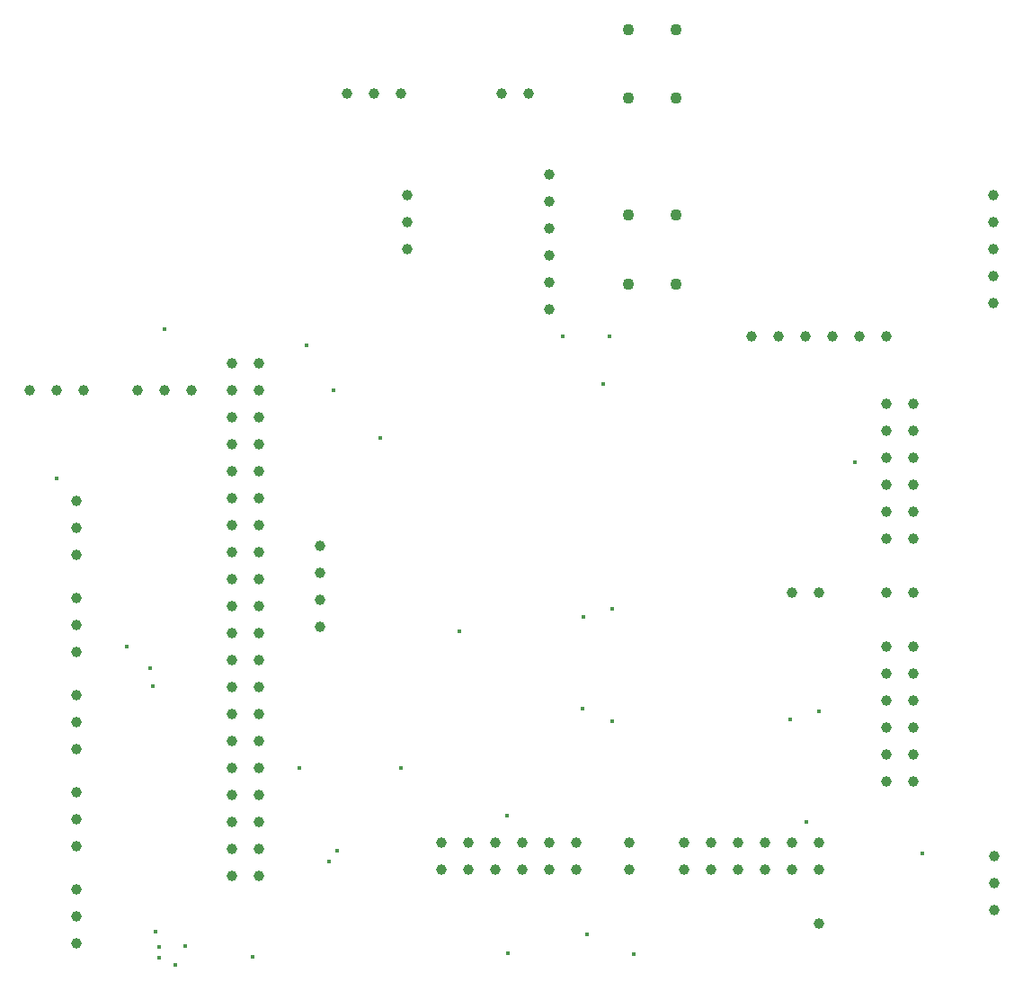
<source format=gbr>
%TF.GenerationSoftware,KiCad,Pcbnew,6.0.0-d3dd2cf0fa~116~ubuntu20.04.1*%
%TF.CreationDate,2022-02-25T21:38:38+01:00*%
%TF.ProjectId,addon-edge-rpi-i2s-pmod,6164646f-6e2d-4656-9467-652d7270692d,0.52*%
%TF.SameCoordinates,Original*%
%TF.FileFunction,Plated,1,2,PTH,Drill*%
%TF.FilePolarity,Positive*%
%FSLAX46Y46*%
G04 Gerber Fmt 4.6, Leading zero omitted, Abs format (unit mm)*
G04 Created by KiCad (PCBNEW 6.0.0-d3dd2cf0fa~116~ubuntu20.04.1) date 2022-02-25 21:38:38*
%MOMM*%
%LPD*%
G01*
G04 APERTURE LIST*
%TA.AperFunction,ViaDrill*%
%ADD10C,0.400000*%
%TD*%
%TA.AperFunction,ComponentDrill*%
%ADD11C,1.000000*%
%TD*%
%TA.AperFunction,ComponentDrill*%
%ADD12C,1.100000*%
%TD*%
G04 APERTURE END LIST*
D10*
X118110000Y-92075000D03*
X124714000Y-107950000D03*
X126873000Y-109982000D03*
X127127000Y-111633000D03*
X127381000Y-134747000D03*
X127787400Y-136220200D03*
X127787411Y-137222902D03*
X128270000Y-78012300D03*
X129286000Y-137922000D03*
X130175000Y-136144000D03*
X136525000Y-137152780D03*
X140970000Y-119380000D03*
X141605000Y-79564500D03*
X143790828Y-128187557D03*
X144145000Y-83820000D03*
X144518528Y-127177800D03*
X148590000Y-88265000D03*
X150495000Y-119380000D03*
X156010309Y-106480309D03*
X160528000Y-123825000D03*
X160620289Y-136813711D03*
X165735000Y-78740000D03*
X167640000Y-113757700D03*
X167710062Y-105085938D03*
X168021000Y-135001000D03*
X169545000Y-83185000D03*
X170180000Y-78740000D03*
X170434000Y-104394000D03*
X170434000Y-114935000D03*
X172466000Y-136906000D03*
X187198000Y-114808000D03*
X188722000Y-124460000D03*
X189865000Y-114046000D03*
X193294000Y-90533138D03*
X199644000Y-127381000D03*
D11*
%TO.C,JP21*%
X115570000Y-83820000D03*
X118110000Y-83820000D03*
%TO.C,JP45*%
X119945000Y-94220000D03*
X119945000Y-96760000D03*
X119945000Y-99300000D03*
%TO.C,JP44*%
X119945000Y-103360000D03*
X119945000Y-105900000D03*
X119945000Y-108440000D03*
%TO.C,JP43*%
X119945000Y-112500000D03*
X119945000Y-115040000D03*
X119945000Y-117580000D03*
%TO.C,JP42*%
X119945000Y-121640000D03*
X119945000Y-124180000D03*
X119945000Y-126720000D03*
%TO.C,JP41*%
X119945000Y-130765000D03*
X119945000Y-133305000D03*
X119945000Y-135845000D03*
%TO.C,JP21*%
X120650000Y-83820000D03*
%TO.C,JP22*%
X125730000Y-83820000D03*
X128270000Y-83820000D03*
X130810000Y-83820000D03*
%TO.C,RPI1*%
X134620000Y-81280000D03*
X134620000Y-83820000D03*
X134620000Y-86360000D03*
X134620000Y-88900000D03*
X134620000Y-91440000D03*
X134620000Y-93980000D03*
X134620000Y-96520000D03*
X134620000Y-99060000D03*
X134620000Y-101600000D03*
X134620000Y-104140000D03*
X134620000Y-106680000D03*
X134620000Y-109220000D03*
X134620000Y-111760000D03*
X134620000Y-114300000D03*
X134620000Y-116840000D03*
X134620000Y-119380000D03*
X134620000Y-121920000D03*
X134620000Y-124460000D03*
X134620000Y-127000000D03*
X134620000Y-129540000D03*
X137160000Y-81280000D03*
X137160000Y-83820000D03*
X137160000Y-86360000D03*
X137160000Y-88900000D03*
X137160000Y-91440000D03*
X137160000Y-93980000D03*
X137160000Y-96520000D03*
X137160000Y-99060000D03*
X137160000Y-101600000D03*
X137160000Y-104140000D03*
X137160000Y-106680000D03*
X137160000Y-109220000D03*
X137160000Y-111760000D03*
X137160000Y-114300000D03*
X137160000Y-116840000D03*
X137160000Y-119380000D03*
X137160000Y-121920000D03*
X137160000Y-124460000D03*
X137160000Y-127000000D03*
X137160000Y-129540000D03*
%TO.C,J8*%
X142875000Y-98425000D03*
X142875000Y-100965000D03*
X142875000Y-103505000D03*
X142875000Y-106045000D03*
%TO.C,JP11*%
X145415000Y-55880000D03*
X147955000Y-55880000D03*
X150495000Y-55880000D03*
%TO.C,JP23*%
X151130000Y-65405000D03*
X151130000Y-67945000D03*
X151130000Y-70485000D03*
%TO.C,J1*%
X154305000Y-126365000D03*
X154305000Y-128905000D03*
X156845000Y-126365000D03*
X156845000Y-128905000D03*
X159385000Y-126365000D03*
X159385000Y-128905000D03*
%TO.C,JP12*%
X160020000Y-55880000D03*
%TO.C,J1*%
X161925000Y-126365000D03*
X161925000Y-128905000D03*
%TO.C,JP12*%
X162560000Y-55880000D03*
%TO.C,J5*%
X164465000Y-63500000D03*
X164465000Y-66040000D03*
X164465000Y-68580000D03*
X164465000Y-71120000D03*
X164465000Y-73660000D03*
X164465000Y-76200000D03*
%TO.C,J1*%
X164465000Y-126365000D03*
X164465000Y-128905000D03*
X167005000Y-126365000D03*
X167005000Y-128905000D03*
%TO.C,J10*%
X172060000Y-126345000D03*
X172060000Y-128885000D03*
%TO.C,J2*%
X177165000Y-126345000D03*
X177165000Y-128885000D03*
X179705000Y-126345000D03*
X179705000Y-128885000D03*
X182245000Y-126345000D03*
X182245000Y-128885000D03*
%TO.C,J6*%
X183515000Y-78740000D03*
%TO.C,J2*%
X184785000Y-126345000D03*
X184785000Y-128885000D03*
%TO.C,J6*%
X186055000Y-78740000D03*
%TO.C,JP5*%
X187325000Y-102870000D03*
%TO.C,J2*%
X187325000Y-126345000D03*
X187325000Y-128885000D03*
%TO.C,J6*%
X188595000Y-78740000D03*
%TO.C,JP5*%
X189865000Y-102870000D03*
%TO.C,J2*%
X189865000Y-126345000D03*
X189865000Y-128885000D03*
%TO.C,J13*%
X189865000Y-133985000D03*
%TO.C,J6*%
X191135000Y-78740000D03*
X193675000Y-78740000D03*
X196215000Y-78740000D03*
%TO.C,J4*%
X196215000Y-85090000D03*
X196215000Y-87630000D03*
X196215000Y-90170000D03*
X196215000Y-92710000D03*
X196215000Y-95250000D03*
X196215000Y-97790000D03*
%TO.C,J12*%
X196215000Y-102870000D03*
%TO.C,J3*%
X196215000Y-107950000D03*
X196215000Y-110490000D03*
X196215000Y-113030000D03*
X196215000Y-115570000D03*
X196215000Y-118110000D03*
X196215000Y-120650000D03*
%TO.C,J4*%
X198755000Y-85090000D03*
X198755000Y-87630000D03*
X198755000Y-90170000D03*
X198755000Y-92710000D03*
X198755000Y-95250000D03*
X198755000Y-97790000D03*
%TO.C,J12*%
X198755000Y-102870000D03*
%TO.C,J3*%
X198755000Y-107950000D03*
X198755000Y-110490000D03*
X198755000Y-113030000D03*
X198755000Y-115570000D03*
X198755000Y-118110000D03*
X198755000Y-120650000D03*
%TO.C,J9*%
X206367200Y-65405000D03*
X206367200Y-67945000D03*
X206367200Y-70485000D03*
X206367200Y-73025000D03*
X206367200Y-75565000D03*
%TO.C,J7*%
X206375000Y-127635000D03*
X206375000Y-130175000D03*
X206375000Y-132715000D03*
D12*
%TO.C,BUT1*%
X171929000Y-49805000D03*
X171929000Y-56305000D03*
%TO.C,BUT2*%
X171929000Y-67310000D03*
X171929000Y-73810000D03*
%TO.C,BUT1*%
X176429000Y-49805000D03*
X176429000Y-56305000D03*
%TO.C,BUT2*%
X176429000Y-67310000D03*
X176429000Y-73810000D03*
M02*

</source>
